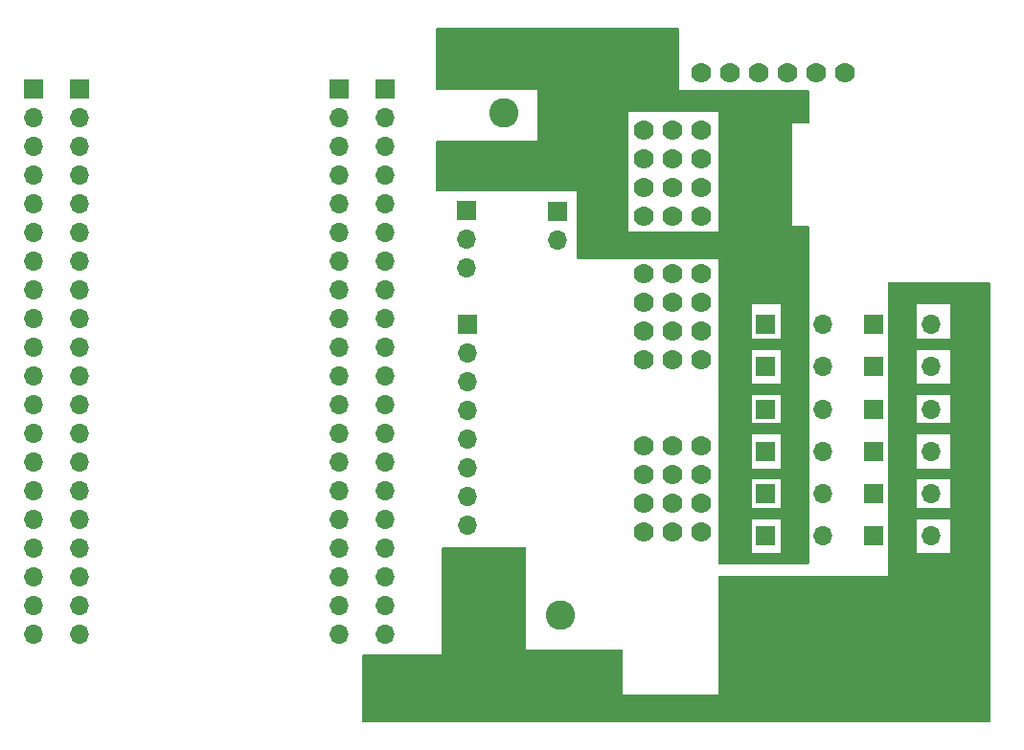
<source format=gbr>
%TF.GenerationSoftware,KiCad,Pcbnew,9.0.0*%
%TF.CreationDate,2025-03-26T16:30:54-04:00*%
%TF.ProjectId,spotmicro23mm,73706f74-6d69-4637-926f-32336d6d2e6b,rev?*%
%TF.SameCoordinates,Original*%
%TF.FileFunction,Copper,L3,Inr*%
%TF.FilePolarity,Positive*%
%FSLAX46Y46*%
G04 Gerber Fmt 4.6, Leading zero omitted, Abs format (unit mm)*
G04 Created by KiCad (PCBNEW 9.0.0) date 2025-03-26 16:30:54*
%MOMM*%
%LPD*%
G01*
G04 APERTURE LIST*
G04 Aperture macros list*
%AMRoundRect*
0 Rectangle with rounded corners*
0 $1 Rounding radius*
0 $2 $3 $4 $5 $6 $7 $8 $9 X,Y pos of 4 corners*
0 Add a 4 corners polygon primitive as box body*
4,1,4,$2,$3,$4,$5,$6,$7,$8,$9,$2,$3,0*
0 Add four circle primitives for the rounded corners*
1,1,$1+$1,$2,$3*
1,1,$1+$1,$4,$5*
1,1,$1+$1,$6,$7*
1,1,$1+$1,$8,$9*
0 Add four rect primitives between the rounded corners*
20,1,$1+$1,$2,$3,$4,$5,0*
20,1,$1+$1,$4,$5,$6,$7,0*
20,1,$1+$1,$6,$7,$8,$9,0*
20,1,$1+$1,$8,$9,$2,$3,0*%
G04 Aperture macros list end*
%TA.AperFunction,ComponentPad*%
%ADD10R,1.700000X1.700000*%
%TD*%
%TA.AperFunction,ComponentPad*%
%ADD11O,1.700000X1.700000*%
%TD*%
%TA.AperFunction,ComponentPad*%
%ADD12RoundRect,0.250000X1.050000X1.050000X-1.050000X1.050000X-1.050000X-1.050000X1.050000X-1.050000X0*%
%TD*%
%TA.AperFunction,ComponentPad*%
%ADD13C,2.600000*%
%TD*%
%TA.AperFunction,ComponentPad*%
%ADD14RoundRect,0.250000X-1.050000X-1.050000X1.050000X-1.050000X1.050000X1.050000X-1.050000X1.050000X0*%
%TD*%
%TA.AperFunction,ComponentPad*%
%ADD15C,1.778000*%
%TD*%
%TA.AperFunction,Conductor*%
%ADD16C,1.700000*%
%TD*%
G04 APERTURE END LIST*
D10*
%TO.N,/PWM-7*%
%TO.C,J9*%
X146170000Y-88000000D03*
D11*
%TO.N,/S2-PWR*%
X148710000Y-88000000D03*
%TO.N,/S2-GND*%
X151250000Y-88000000D03*
%TD*%
D10*
%TO.N,/ESP-32Pin*%
%TO.C,J14*%
X85500000Y-63400000D03*
D11*
X85500000Y-65940000D03*
X85500000Y-68480000D03*
X85500000Y-71020000D03*
X85500000Y-73560000D03*
X85500000Y-76100000D03*
X85500000Y-78640000D03*
X85500000Y-81180000D03*
X85500000Y-83720000D03*
X85500000Y-86260000D03*
X85500000Y-88800000D03*
X85500000Y-91340000D03*
X85500000Y-93880000D03*
X85500000Y-96420000D03*
X85500000Y-98960000D03*
X85500000Y-101500000D03*
X85500000Y-104040000D03*
X85500000Y-106580000D03*
X85500000Y-109120000D03*
X85500000Y-111660000D03*
%TD*%
D10*
%TO.N,/PWM-4*%
%TO.C,J6*%
X155670000Y-99250000D03*
D11*
%TO.N,/S1-PWR*%
X158210000Y-99250000D03*
%TO.N,/S1-GND*%
X160750000Y-99250000D03*
%TD*%
D10*
%TO.N,/Global SCL*%
%TO.C,J18*%
X127750000Y-74250000D03*
D11*
%TO.N,/Global SDA*%
X127750000Y-76790000D03*
%TD*%
D12*
%TO.N,/S2-PWR*%
%TO.C,J21*%
X127993453Y-65577500D03*
D13*
%TO.N,/S2-GND*%
X122993453Y-65577500D03*
%TD*%
D10*
%TO.N,/PWM-2*%
%TO.C,J4*%
X155670000Y-91750000D03*
D11*
%TO.N,/S1-PWR*%
X158210000Y-91750000D03*
%TO.N,/S1-GND*%
X160750000Y-91750000D03*
%TD*%
D10*
%TO.N,/ESP-32Pin*%
%TO.C,J17*%
X112500000Y-63400000D03*
D11*
X112500000Y-65940000D03*
X112500000Y-68480000D03*
X112500000Y-71020000D03*
X112500000Y-73560000D03*
X112500000Y-76100000D03*
X112500000Y-78640000D03*
X112500000Y-81180000D03*
X112500000Y-83720000D03*
X112500000Y-86260000D03*
X112500000Y-88800000D03*
X112500000Y-91340000D03*
X112500000Y-93880000D03*
X112500000Y-96420000D03*
X112500000Y-98960000D03*
X112500000Y-101500000D03*
X112500000Y-104040000D03*
X112500000Y-106580000D03*
X112500000Y-109120000D03*
X112500000Y-111660000D03*
%TD*%
D10*
%TO.N,/PWM-11*%
%TO.C,J13*%
X146170000Y-103000000D03*
D11*
%TO.N,/S2-PWR*%
X148710000Y-103000000D03*
%TO.N,/S2-GND*%
X151250000Y-103000000D03*
%TD*%
D10*
%TO.N,/PWM-1*%
%TO.C,J3*%
X155670000Y-88000000D03*
D11*
%TO.N,/S1-PWR*%
X158210000Y-88000000D03*
%TO.N,/S1-GND*%
X160750000Y-88000000D03*
%TD*%
D10*
%TO.N,/ESP-32Pin*%
%TO.C,J15*%
X108500000Y-63400000D03*
D11*
X108500000Y-65940000D03*
X108500000Y-68480000D03*
X108500000Y-71020000D03*
X108500000Y-73560000D03*
X108500000Y-76100000D03*
X108500000Y-78640000D03*
X108500000Y-81180000D03*
X108500000Y-83720000D03*
X108500000Y-86260000D03*
X108500000Y-88800000D03*
X108500000Y-91340000D03*
X108500000Y-93880000D03*
X108500000Y-96420000D03*
X108500000Y-98960000D03*
X108500000Y-101500000D03*
X108500000Y-104040000D03*
X108500000Y-106580000D03*
X108500000Y-109120000D03*
X108500000Y-111660000D03*
%TD*%
D10*
%TO.N,/PWM-9*%
%TO.C,J11*%
X146170000Y-95500000D03*
D11*
%TO.N,/S2-PWR*%
X148710000Y-95500000D03*
%TO.N,/S2-GND*%
X151250000Y-95500000D03*
%TD*%
D14*
%TO.N,/S1-PWR*%
%TO.C,J1*%
X123000000Y-110000000D03*
D13*
%TO.N,/S1-GND*%
X128000000Y-110000000D03*
%TD*%
D10*
%TO.N,/ESP-32Pin*%
%TO.C,J16*%
X81500000Y-63400000D03*
D11*
X81500000Y-65940000D03*
X81500000Y-68480000D03*
X81500000Y-71020000D03*
X81500000Y-73560000D03*
X81500000Y-76100000D03*
X81500000Y-78640000D03*
X81500000Y-81180000D03*
X81500000Y-83720000D03*
X81500000Y-86260000D03*
X81500000Y-88800000D03*
X81500000Y-91340000D03*
X81500000Y-93880000D03*
X81500000Y-96420000D03*
X81500000Y-98960000D03*
X81500000Y-101500000D03*
X81500000Y-104040000D03*
X81500000Y-106580000D03*
X81500000Y-109120000D03*
X81500000Y-111660000D03*
%TD*%
D10*
%TO.N,/PWM-6*%
%TO.C,J8*%
X146170000Y-84250000D03*
D11*
%TO.N,/S2-PWR*%
X148710000Y-84250000D03*
%TO.N,/S2-GND*%
X151250000Y-84250000D03*
%TD*%
D10*
%TO.N,/PWM-3*%
%TO.C,J5*%
X155670000Y-95500000D03*
D11*
%TO.N,/S1-PWR*%
X158210000Y-95500000D03*
%TO.N,/S1-GND*%
X160750000Y-95500000D03*
%TD*%
D10*
%TO.N,/PWM-8*%
%TO.C,J10*%
X146170000Y-91750000D03*
D11*
%TO.N,/S2-PWR*%
X148710000Y-91750000D03*
%TO.N,/S2-GND*%
X151250000Y-91750000D03*
%TD*%
D10*
%TO.N,/ESP32-3v3*%
%TO.C,J20*%
X119800000Y-84260000D03*
D11*
%TO.N,/ESP32-GND*%
X119800000Y-86800000D03*
%TO.N,/Global SCL*%
X119800000Y-89340000D03*
%TO.N,/Global SDA*%
X119800000Y-91880000D03*
%TO.N,unconnected-(J20-Pin_5-Pad5)*%
X119800000Y-94420000D03*
%TO.N,unconnected-(J20-Pin_6-Pad6)*%
X119800000Y-96960000D03*
%TO.N,unconnected-(J20-Pin_7-Pad7)*%
X119800000Y-99500000D03*
%TO.N,unconnected-(J20-Pin_8-Pad8)*%
X119800000Y-102040000D03*
%TD*%
D10*
%TO.N,/PWM-10*%
%TO.C,J12*%
X146170000Y-99250000D03*
D11*
%TO.N,/S2-PWR*%
X148710000Y-99250000D03*
%TO.N,/S2-GND*%
X151250000Y-99250000D03*
%TD*%
D10*
%TO.N,/ESP32-GND*%
%TO.C,J19*%
X119750000Y-74210000D03*
D11*
%TO.N,/ESP32-3v3*%
X119750000Y-76750000D03*
%TO.N,/ESP32-5v*%
X119750000Y-79290000D03*
%TD*%
D10*
%TO.N,/PWM-5*%
%TO.C,J7*%
X155670000Y-103000000D03*
D11*
%TO.N,/S1-PWR*%
X158210000Y-103000000D03*
%TO.N,/S1-GND*%
X160750000Y-103000000D03*
%TD*%
D15*
%TO.N,/PWM-0*%
%TO.C,U2*%
X140440000Y-67050000D03*
%TO.N,/PWM-1*%
X140440000Y-69590000D03*
%TO.N,/PWM-2*%
X140440000Y-72130000D03*
%TO.N,/PWM-3*%
X140440000Y-74670000D03*
%TO.N,/PWM-4*%
X140440000Y-79750000D03*
%TO.N,/PWM-5*%
X140440000Y-82290000D03*
%TO.N,/PWM-6*%
X140440000Y-84830000D03*
%TO.N,/PWM-7*%
X140440000Y-87370000D03*
%TO.N,/PWM-8*%
X140440000Y-94990000D03*
%TO.N,/PWM-9*%
X140440000Y-97530000D03*
%TO.N,/PWM-10*%
X140440000Y-100070000D03*
%TO.N,/PWM-11*%
X140440000Y-102610000D03*
%TO.N,/ESP32-GND*%
X153140000Y-61970000D03*
%TO.N,N/C*%
X135360000Y-67050000D03*
X135360000Y-69590000D03*
X135360000Y-72130000D03*
X135360000Y-74670000D03*
X135360000Y-79750000D03*
X135360000Y-82290000D03*
X135360000Y-84830000D03*
X135360000Y-87370000D03*
X135360000Y-94990000D03*
X135360000Y-97530000D03*
X135360000Y-100070000D03*
X135360000Y-102610000D03*
X150600000Y-61970000D03*
%TO.N,/Global SCL*%
X148060000Y-61970000D03*
%TO.N,/Global SDA*%
X145520000Y-61970000D03*
%TO.N,unconnected-(U2-V+-PadV+_1)*%
X140440000Y-61970000D03*
%TO.N,N/C*%
X137900000Y-67050000D03*
X137900000Y-69590000D03*
X137900000Y-72130000D03*
X137900000Y-74670000D03*
X137900000Y-79750000D03*
X137900000Y-82290000D03*
X137900000Y-84830000D03*
X137900000Y-87370000D03*
X137900000Y-94990000D03*
X137900000Y-97530000D03*
X137900000Y-100070000D03*
X137900000Y-102610000D03*
%TO.N,/ESP32-5v*%
X142980000Y-61970000D03*
%TD*%
D10*
%TO.N,/PWM-0*%
%TO.C,J2*%
X155670000Y-84250000D03*
D11*
%TO.N,/S1-PWR*%
X158210000Y-84250000D03*
%TO.N,/S1-GND*%
X160750000Y-84250000D03*
%TD*%
D16*
%TO.N,/S1-PWR*%
X153000000Y-118500000D02*
X158210000Y-113290000D01*
X158210000Y-103000000D02*
X158210000Y-99250000D01*
X158210000Y-99250000D02*
X158210000Y-95500000D01*
X125500000Y-118500000D02*
X153000000Y-118500000D01*
X123000000Y-116000000D02*
X125500000Y-118500000D01*
X158210000Y-91750000D02*
X158210000Y-95500000D01*
X123000000Y-110000000D02*
X123000000Y-116000000D01*
X158210000Y-113290000D02*
X158210000Y-103000000D01*
X158210000Y-88000000D02*
X158210000Y-91750000D01*
X158210000Y-84250000D02*
X158210000Y-88000000D01*
%TO.N,/S2-PWR*%
X148710000Y-84250000D02*
X148710000Y-79710000D01*
X148710000Y-99250000D02*
X148710000Y-95500000D01*
X148710000Y-103000000D02*
X148710000Y-99250000D01*
X148710000Y-88000000D02*
X148710000Y-91750000D01*
X144000000Y-64500000D02*
X129070953Y-64500000D01*
X146000000Y-77000000D02*
X146000000Y-66500000D01*
X146000000Y-66500000D02*
X144000000Y-64500000D01*
X148710000Y-91750000D02*
X148710000Y-95500000D01*
X148710000Y-84250000D02*
X148710000Y-88000000D01*
X129070953Y-64500000D02*
X127993453Y-65577500D01*
X148710000Y-79710000D02*
X146000000Y-77000000D01*
%TD*%
%TA.AperFunction,Conductor*%
%TO.N,/S2-PWR*%
G36*
X150000000Y-105376000D02*
G01*
X149980315Y-105443039D01*
X149927511Y-105488794D01*
X149876000Y-105500000D01*
X147500000Y-105500000D01*
X147500000Y-104500000D01*
X150000000Y-104500000D01*
X150000000Y-105376000D01*
G37*
%TD.AperFunction*%
%TD*%
%TA.AperFunction,Conductor*%
%TO.N,/S2-PWR*%
G36*
X134000000Y-76000000D02*
G01*
X142000000Y-76000000D01*
X142000000Y-78500000D01*
X129624000Y-78500000D01*
X129556961Y-78480315D01*
X129511206Y-78427511D01*
X129500000Y-78376000D01*
X129500000Y-72500000D01*
X134000000Y-72500000D01*
X134000000Y-76000000D01*
G37*
%TD.AperFunction*%
%TD*%
%TA.AperFunction,Conductor*%
%TO.N,/S1-PWR*%
G36*
X159500000Y-105000000D02*
G01*
X166000000Y-105000000D01*
X166000000Y-119376000D01*
X165980315Y-119443039D01*
X165927511Y-119488794D01*
X165876000Y-119500000D01*
X110624000Y-119500000D01*
X110556961Y-119480315D01*
X110511206Y-119427511D01*
X110500000Y-119376000D01*
X110500000Y-113624000D01*
X110519685Y-113556961D01*
X110572489Y-113511206D01*
X110624000Y-113500000D01*
X117500000Y-113500000D01*
X117500000Y-104124000D01*
X117519685Y-104056961D01*
X117572489Y-104011206D01*
X117624000Y-104000000D01*
X124876000Y-104000000D01*
X124943039Y-104019685D01*
X124988794Y-104072489D01*
X125000000Y-104124000D01*
X125000000Y-113000000D01*
X133376000Y-113000000D01*
X133443039Y-113019685D01*
X133488794Y-113072489D01*
X133500000Y-113124000D01*
X133500000Y-117000000D01*
X142000000Y-117000000D01*
X142000000Y-106624000D01*
X142019685Y-106556961D01*
X142072489Y-106511206D01*
X142124000Y-106500000D01*
X157000000Y-106500000D01*
X157000000Y-82500000D01*
X159500000Y-82500000D01*
X159500000Y-105000000D01*
G37*
%TD.AperFunction*%
%TD*%
%TA.AperFunction,Conductor*%
%TO.N,/S1-PWR*%
G36*
X165943039Y-80519685D02*
G01*
X165988794Y-80572489D01*
X166000000Y-80624000D01*
X166000000Y-105000000D01*
X159500000Y-105000000D01*
X159500000Y-104500000D01*
X162500000Y-104500000D01*
X162500000Y-101500000D01*
X159500000Y-101500000D01*
X159500000Y-100500000D01*
X162500000Y-100500000D01*
X162500000Y-98000000D01*
X159500000Y-98000000D01*
X159500000Y-97000000D01*
X162500000Y-97000000D01*
X162500000Y-94000000D01*
X159500000Y-94000000D01*
X159500000Y-93000000D01*
X162500000Y-93000000D01*
X162500000Y-90500000D01*
X159500000Y-90500000D01*
X159500000Y-89500000D01*
X162500000Y-89500000D01*
X162500000Y-86500000D01*
X159500000Y-86500000D01*
X159500000Y-85500000D01*
X162500000Y-85500000D01*
X162500000Y-82500000D01*
X159500000Y-82500000D01*
X157000000Y-82500000D01*
X157000000Y-80624000D01*
X157019685Y-80556961D01*
X157072489Y-80511206D01*
X157124000Y-80500000D01*
X165876000Y-80500000D01*
X165943039Y-80519685D01*
G37*
%TD.AperFunction*%
%TD*%
%TA.AperFunction,Conductor*%
%TO.N,/S2-PWR*%
G36*
X145000000Y-85500000D02*
G01*
X147500000Y-85500000D01*
X147500000Y-86500000D01*
X145000000Y-86500000D01*
X145000000Y-89500000D01*
X147500000Y-89500000D01*
X147500000Y-90500000D01*
X145000000Y-90500000D01*
X145000000Y-93000000D01*
X147500000Y-93000000D01*
X147500000Y-94000000D01*
X145000000Y-94000000D01*
X145000000Y-97000000D01*
X147500000Y-97000000D01*
X147500000Y-98000000D01*
X145000000Y-98000000D01*
X145000000Y-100500000D01*
X148000000Y-100500000D01*
X148000000Y-101500000D01*
X145000000Y-101500000D01*
X145000000Y-104500000D01*
X147500000Y-104500000D01*
X147500000Y-105500000D01*
X142124000Y-105500000D01*
X142056961Y-105480315D01*
X142011206Y-105427511D01*
X142000000Y-105376000D01*
X142000000Y-82500000D01*
X145000000Y-82500000D01*
X145000000Y-85500000D01*
G37*
%TD.AperFunction*%
%TD*%
%TA.AperFunction,Conductor*%
%TO.N,/S2-PWR*%
G36*
X138443039Y-58019685D02*
G01*
X138488794Y-58072489D01*
X138500000Y-58124000D01*
X138500000Y-63500000D01*
X149876000Y-63500000D01*
X149943039Y-63519685D01*
X149988794Y-63572489D01*
X150000000Y-63624000D01*
X150000000Y-66376000D01*
X149980315Y-66443039D01*
X149927511Y-66488794D01*
X149876000Y-66500000D01*
X148500000Y-66500000D01*
X148500000Y-75500000D01*
X149876000Y-75500000D01*
X149943039Y-75519685D01*
X149988794Y-75572489D01*
X150000000Y-75624000D01*
X150000000Y-104500000D01*
X147500000Y-104500000D01*
X147500000Y-101500000D01*
X148000000Y-101500000D01*
X148000000Y-100500000D01*
X147500000Y-100500000D01*
X147500000Y-82500000D01*
X145000000Y-82500000D01*
X142000000Y-82500000D01*
X142000000Y-65500000D01*
X134000000Y-65500000D01*
X134000000Y-72500000D01*
X117124000Y-72500000D01*
X117056961Y-72480315D01*
X117011206Y-72427511D01*
X117000000Y-72376000D01*
X117000000Y-68124000D01*
X117019685Y-68056961D01*
X117072489Y-68011206D01*
X117124000Y-68000000D01*
X126000000Y-68000000D01*
X126000000Y-63500000D01*
X117124000Y-63500000D01*
X117056961Y-63480315D01*
X117011206Y-63427511D01*
X117000000Y-63376000D01*
X117000000Y-58124000D01*
X117019685Y-58056961D01*
X117072489Y-58011206D01*
X117124000Y-58000000D01*
X138376000Y-58000000D01*
X138443039Y-58019685D01*
G37*
%TD.AperFunction*%
%TD*%
M02*

</source>
